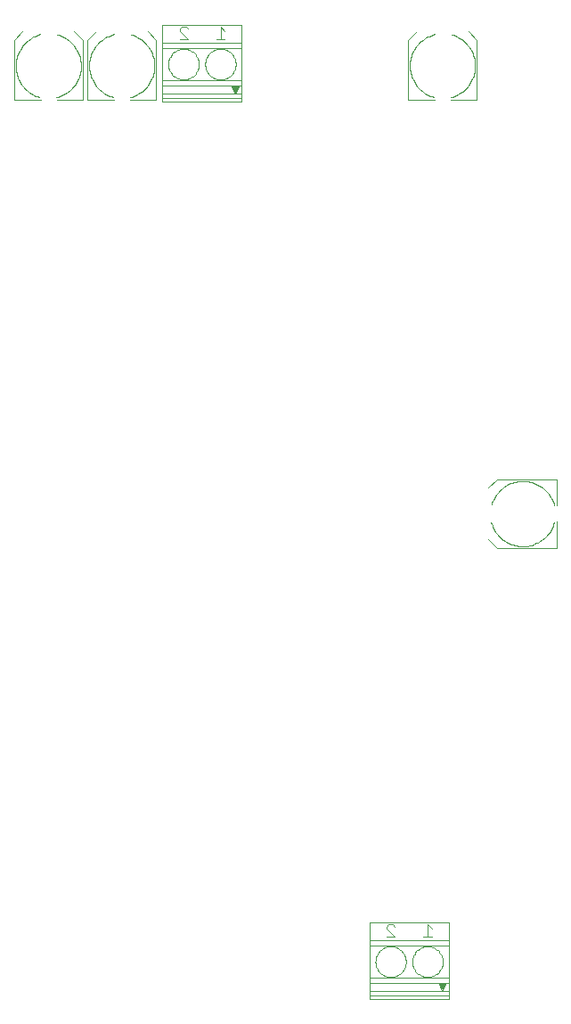
<source format=gbo>
G75*
G70*
%OFA0B0*%
%FSLAX24Y24*%
%IPPOS*%
%LPD*%
%AMOC8*
5,1,8,0,0,1.08239X$1,22.5*
%
%ADD10C,0.0040*%
D10*
X020154Y003725D02*
X020154Y003844D01*
X020154Y004016D01*
X023106Y004016D01*
X023106Y003844D01*
X023106Y003725D01*
X020154Y003725D01*
X020154Y003844D02*
X023106Y003844D01*
X023106Y004016D02*
X023106Y004336D01*
X023106Y004526D01*
X020154Y004526D01*
X020154Y004336D01*
X020154Y004016D01*
X020154Y004336D02*
X023106Y004336D01*
X022996Y004288D02*
X022746Y004288D01*
X022871Y004038D01*
X022996Y004288D01*
X022985Y004266D02*
X022757Y004266D01*
X022776Y004228D02*
X022966Y004228D01*
X022947Y004189D02*
X022795Y004189D01*
X022815Y004151D02*
X022928Y004151D01*
X022908Y004112D02*
X022834Y004112D01*
X022853Y004074D02*
X022889Y004074D01*
X023106Y004526D02*
X023106Y005728D01*
X020154Y005728D01*
X020154Y005915D01*
X020154Y006600D01*
X023106Y006600D01*
X023106Y005915D01*
X020154Y005915D01*
X020154Y005728D02*
X020154Y004526D01*
X020469Y005401D02*
X020466Y005403D01*
X020370Y005123D02*
X020372Y005170D01*
X020378Y005217D01*
X020387Y005263D01*
X020401Y005308D01*
X020418Y005352D01*
X020439Y005395D01*
X020463Y005435D01*
X020490Y005474D01*
X020521Y005510D01*
X020554Y005543D01*
X020590Y005574D01*
X020629Y005601D01*
X020669Y005625D01*
X020712Y005646D01*
X020756Y005663D01*
X020801Y005677D01*
X020847Y005686D01*
X020894Y005692D01*
X020941Y005694D01*
X020988Y005692D01*
X021035Y005686D01*
X021081Y005677D01*
X021126Y005663D01*
X021170Y005646D01*
X021213Y005625D01*
X021253Y005601D01*
X021292Y005574D01*
X021328Y005543D01*
X021361Y005510D01*
X021392Y005474D01*
X021419Y005435D01*
X021443Y005395D01*
X021464Y005352D01*
X021481Y005308D01*
X021495Y005263D01*
X021504Y005217D01*
X021510Y005170D01*
X021512Y005123D01*
X021510Y005076D01*
X021504Y005029D01*
X021495Y004983D01*
X021481Y004938D01*
X021464Y004894D01*
X021443Y004851D01*
X021419Y004811D01*
X021392Y004772D01*
X021361Y004736D01*
X021328Y004703D01*
X021292Y004672D01*
X021253Y004645D01*
X021213Y004621D01*
X021170Y004600D01*
X021126Y004583D01*
X021081Y004569D01*
X021035Y004560D01*
X020988Y004554D01*
X020941Y004552D01*
X020894Y004554D01*
X020847Y004560D01*
X020801Y004569D01*
X020756Y004583D01*
X020712Y004600D01*
X020669Y004621D01*
X020629Y004645D01*
X020590Y004672D01*
X020554Y004703D01*
X020521Y004736D01*
X020490Y004772D01*
X020463Y004811D01*
X020439Y004851D01*
X020418Y004894D01*
X020401Y004938D01*
X020387Y004983D01*
X020378Y005029D01*
X020372Y005076D01*
X020370Y005123D01*
X020794Y006058D02*
X021101Y006058D01*
X020794Y006364D01*
X020794Y006441D01*
X020871Y006518D01*
X021024Y006518D01*
X021101Y006441D01*
X021844Y005403D02*
X021847Y005401D01*
X021748Y005123D02*
X021750Y005170D01*
X021756Y005217D01*
X021765Y005263D01*
X021779Y005308D01*
X021796Y005352D01*
X021817Y005395D01*
X021841Y005435D01*
X021868Y005474D01*
X021899Y005510D01*
X021932Y005543D01*
X021968Y005574D01*
X022007Y005601D01*
X022047Y005625D01*
X022090Y005646D01*
X022134Y005663D01*
X022179Y005677D01*
X022225Y005686D01*
X022272Y005692D01*
X022319Y005694D01*
X022366Y005692D01*
X022413Y005686D01*
X022459Y005677D01*
X022504Y005663D01*
X022548Y005646D01*
X022591Y005625D01*
X022631Y005601D01*
X022670Y005574D01*
X022706Y005543D01*
X022739Y005510D01*
X022770Y005474D01*
X022797Y005435D01*
X022821Y005395D01*
X022842Y005352D01*
X022859Y005308D01*
X022873Y005263D01*
X022882Y005217D01*
X022888Y005170D01*
X022890Y005123D01*
X022888Y005076D01*
X022882Y005029D01*
X022873Y004983D01*
X022859Y004938D01*
X022842Y004894D01*
X022821Y004851D01*
X022797Y004811D01*
X022770Y004772D01*
X022739Y004736D01*
X022706Y004703D01*
X022670Y004672D01*
X022631Y004645D01*
X022591Y004621D01*
X022548Y004600D01*
X022504Y004583D01*
X022459Y004569D01*
X022413Y004560D01*
X022366Y004554D01*
X022319Y004552D01*
X022272Y004554D01*
X022225Y004560D01*
X022179Y004569D01*
X022134Y004583D01*
X022090Y004600D01*
X022047Y004621D01*
X022007Y004645D01*
X021968Y004672D01*
X021932Y004703D01*
X021899Y004736D01*
X021868Y004772D01*
X021841Y004811D01*
X021817Y004851D01*
X021796Y004894D01*
X021779Y004938D01*
X021765Y004983D01*
X021756Y005029D01*
X021750Y005076D01*
X021748Y005123D01*
X022169Y006058D02*
X022476Y006058D01*
X022323Y006058D02*
X022323Y006518D01*
X022476Y006364D01*
X023106Y005915D02*
X023106Y005728D01*
X024915Y020600D02*
X027160Y020600D01*
X027160Y021604D01*
X027160Y022195D02*
X027160Y023160D01*
X024915Y023160D01*
X024600Y022845D01*
X024699Y021575D02*
X024718Y021509D01*
X024741Y021443D01*
X024768Y021379D01*
X024798Y021317D01*
X024832Y021256D01*
X024868Y021198D01*
X024909Y021142D01*
X024952Y021088D01*
X024998Y021036D01*
X025048Y020988D01*
X025100Y020942D01*
X025154Y020899D01*
X025211Y020860D01*
X025270Y020823D01*
X025331Y020790D01*
X025393Y020761D01*
X025457Y020735D01*
X025523Y020713D01*
X025590Y020695D01*
X025657Y020680D01*
X025726Y020670D01*
X025795Y020663D01*
X025864Y020660D01*
X025933Y020661D01*
X026002Y020666D01*
X026071Y020675D01*
X026139Y020688D01*
X026206Y020705D01*
X026272Y020725D01*
X026337Y020749D01*
X026400Y020777D01*
X026462Y020808D01*
X026521Y020843D01*
X026579Y020881D01*
X026635Y020923D01*
X026688Y020967D01*
X026738Y021015D01*
X026786Y021065D01*
X026830Y021118D01*
X026872Y021173D01*
X026911Y021230D01*
X026946Y021290D01*
X026977Y021352D01*
X027005Y021415D01*
X027030Y021479D01*
X027051Y021545D01*
X027061Y022185D02*
X027042Y022251D01*
X027019Y022317D01*
X026992Y022381D01*
X026962Y022443D01*
X026928Y022504D01*
X026892Y022562D01*
X026851Y022618D01*
X026808Y022672D01*
X026762Y022724D01*
X026712Y022772D01*
X026660Y022818D01*
X026606Y022861D01*
X026549Y022900D01*
X026490Y022937D01*
X026429Y022970D01*
X026367Y022999D01*
X026303Y023025D01*
X026237Y023047D01*
X026170Y023065D01*
X026103Y023080D01*
X026034Y023090D01*
X025965Y023097D01*
X025896Y023100D01*
X025827Y023099D01*
X025758Y023094D01*
X025689Y023085D01*
X025621Y023072D01*
X025554Y023055D01*
X025488Y023035D01*
X025423Y023011D01*
X025360Y022983D01*
X025298Y022952D01*
X025239Y022917D01*
X025181Y022879D01*
X025125Y022837D01*
X025072Y022793D01*
X025022Y022745D01*
X024974Y022695D01*
X024930Y022642D01*
X024888Y022587D01*
X024849Y022530D01*
X024814Y022470D01*
X024783Y022408D01*
X024755Y022345D01*
X024730Y022281D01*
X024709Y022215D01*
X024600Y020915D02*
X024915Y020600D01*
X024160Y037350D02*
X023195Y037350D01*
X022604Y037350D02*
X021600Y037350D01*
X021600Y039595D01*
X021915Y039910D01*
X022575Y039811D02*
X022509Y039792D01*
X022443Y039769D01*
X022379Y039742D01*
X022317Y039712D01*
X022256Y039678D01*
X022198Y039642D01*
X022142Y039601D01*
X022088Y039558D01*
X022036Y039512D01*
X021988Y039462D01*
X021942Y039410D01*
X021899Y039356D01*
X021860Y039299D01*
X021823Y039240D01*
X021790Y039179D01*
X021761Y039117D01*
X021735Y039053D01*
X021713Y038987D01*
X021695Y038920D01*
X021680Y038853D01*
X021670Y038784D01*
X021663Y038715D01*
X021660Y038646D01*
X021661Y038577D01*
X021666Y038508D01*
X021675Y038439D01*
X021688Y038371D01*
X021705Y038304D01*
X021725Y038238D01*
X021749Y038173D01*
X021777Y038110D01*
X021808Y038048D01*
X021843Y037989D01*
X021881Y037931D01*
X021923Y037875D01*
X021967Y037822D01*
X022015Y037772D01*
X022065Y037724D01*
X022118Y037680D01*
X022173Y037638D01*
X022230Y037599D01*
X022290Y037564D01*
X022352Y037533D01*
X022415Y037505D01*
X022479Y037480D01*
X022545Y037459D01*
X023185Y037449D02*
X023251Y037468D01*
X023317Y037491D01*
X023381Y037518D01*
X023443Y037548D01*
X023504Y037582D01*
X023562Y037618D01*
X023618Y037659D01*
X023672Y037702D01*
X023724Y037748D01*
X023772Y037798D01*
X023818Y037850D01*
X023861Y037904D01*
X023900Y037961D01*
X023937Y038020D01*
X023970Y038081D01*
X023999Y038143D01*
X024025Y038207D01*
X024047Y038273D01*
X024065Y038340D01*
X024080Y038407D01*
X024090Y038476D01*
X024097Y038545D01*
X024100Y038614D01*
X024099Y038683D01*
X024094Y038752D01*
X024085Y038821D01*
X024072Y038889D01*
X024055Y038956D01*
X024035Y039022D01*
X024011Y039087D01*
X023983Y039150D01*
X023952Y039212D01*
X023917Y039271D01*
X023879Y039329D01*
X023837Y039385D01*
X023793Y039438D01*
X023745Y039488D01*
X023695Y039536D01*
X023642Y039580D01*
X023587Y039622D01*
X023530Y039661D01*
X023470Y039696D01*
X023408Y039727D01*
X023345Y039755D01*
X023281Y039780D01*
X023215Y039801D01*
X023845Y039910D02*
X024160Y039595D01*
X024160Y037350D01*
X015356Y037412D02*
X015356Y037294D01*
X012404Y037294D01*
X012404Y037412D01*
X012404Y037585D01*
X015356Y037585D01*
X015356Y037412D01*
X012404Y037412D01*
X012404Y037585D02*
X012404Y037905D01*
X012404Y038095D01*
X015356Y038095D01*
X015356Y037905D01*
X015356Y037585D01*
X015160Y037684D02*
X015082Y037684D01*
X015101Y037646D02*
X015141Y037646D01*
X015121Y037607D02*
X015122Y037607D01*
X015121Y037606D02*
X014996Y037856D01*
X015246Y037856D01*
X015121Y037606D01*
X015063Y037723D02*
X015179Y037723D01*
X015199Y037761D02*
X015044Y037761D01*
X015024Y037800D02*
X015218Y037800D01*
X015237Y037838D02*
X015005Y037838D01*
X015356Y037905D02*
X012404Y037905D01*
X012404Y038095D02*
X012404Y039297D01*
X015356Y039297D01*
X015356Y038095D01*
X013998Y038692D02*
X014000Y038739D01*
X014006Y038786D01*
X014015Y038832D01*
X014029Y038877D01*
X014046Y038921D01*
X014067Y038964D01*
X014091Y039004D01*
X014118Y039043D01*
X014149Y039079D01*
X014182Y039112D01*
X014218Y039143D01*
X014257Y039170D01*
X014297Y039194D01*
X014340Y039215D01*
X014384Y039232D01*
X014429Y039246D01*
X014475Y039255D01*
X014522Y039261D01*
X014569Y039263D01*
X014616Y039261D01*
X014663Y039255D01*
X014709Y039246D01*
X014754Y039232D01*
X014798Y039215D01*
X014841Y039194D01*
X014881Y039170D01*
X014920Y039143D01*
X014956Y039112D01*
X014989Y039079D01*
X015020Y039043D01*
X015047Y039004D01*
X015071Y038964D01*
X015092Y038921D01*
X015109Y038877D01*
X015123Y038832D01*
X015132Y038786D01*
X015138Y038739D01*
X015140Y038692D01*
X015138Y038645D01*
X015132Y038598D01*
X015123Y038552D01*
X015109Y038507D01*
X015092Y038463D01*
X015071Y038420D01*
X015047Y038380D01*
X015020Y038341D01*
X014989Y038305D01*
X014956Y038272D01*
X014920Y038241D01*
X014881Y038214D01*
X014841Y038190D01*
X014798Y038169D01*
X014754Y038152D01*
X014709Y038138D01*
X014663Y038129D01*
X014616Y038123D01*
X014569Y038121D01*
X014522Y038123D01*
X014475Y038129D01*
X014429Y038138D01*
X014384Y038152D01*
X014340Y038169D01*
X014297Y038190D01*
X014257Y038214D01*
X014218Y038241D01*
X014182Y038272D01*
X014149Y038305D01*
X014118Y038341D01*
X014091Y038380D01*
X014067Y038420D01*
X014046Y038463D01*
X014029Y038507D01*
X014015Y038552D01*
X014006Y038598D01*
X014000Y038645D01*
X013998Y038692D01*
X014097Y038969D02*
X014094Y038972D01*
X014419Y039626D02*
X014726Y039626D01*
X014573Y039626D02*
X014573Y040087D01*
X014726Y039933D01*
X015356Y040168D02*
X015356Y039484D01*
X012404Y039484D01*
X012404Y040168D01*
X015356Y040168D01*
X015356Y039484D02*
X015356Y039297D01*
X013351Y039626D02*
X013044Y039933D01*
X013044Y040010D01*
X013121Y040087D01*
X013274Y040087D01*
X013351Y040010D01*
X013351Y039626D02*
X013044Y039626D01*
X012716Y038972D02*
X012719Y038969D01*
X012404Y039297D02*
X012404Y039484D01*
X012160Y039595D02*
X011845Y039910D01*
X012160Y039595D02*
X012160Y037350D01*
X011195Y037350D01*
X010604Y037350D02*
X009600Y037350D01*
X009600Y039595D01*
X009915Y039910D01*
X009410Y039595D02*
X009095Y039910D01*
X009410Y039595D02*
X009410Y037350D01*
X008445Y037350D01*
X007854Y037350D02*
X006850Y037350D01*
X006850Y039595D01*
X007165Y039910D01*
X007825Y039811D02*
X007759Y039792D01*
X007693Y039769D01*
X007629Y039742D01*
X007567Y039712D01*
X007506Y039678D01*
X007448Y039642D01*
X007392Y039601D01*
X007338Y039558D01*
X007286Y039512D01*
X007238Y039462D01*
X007192Y039410D01*
X007149Y039356D01*
X007110Y039299D01*
X007073Y039240D01*
X007040Y039179D01*
X007011Y039117D01*
X006985Y039053D01*
X006963Y038987D01*
X006945Y038920D01*
X006930Y038853D01*
X006920Y038784D01*
X006913Y038715D01*
X006910Y038646D01*
X006911Y038577D01*
X006916Y038508D01*
X006925Y038439D01*
X006938Y038371D01*
X006955Y038304D01*
X006975Y038238D01*
X006999Y038173D01*
X007027Y038110D01*
X007058Y038048D01*
X007093Y037989D01*
X007131Y037931D01*
X007173Y037875D01*
X007217Y037822D01*
X007265Y037772D01*
X007315Y037724D01*
X007368Y037680D01*
X007423Y037638D01*
X007480Y037599D01*
X007540Y037564D01*
X007602Y037533D01*
X007665Y037505D01*
X007729Y037480D01*
X007795Y037459D01*
X008435Y037449D02*
X008501Y037468D01*
X008567Y037491D01*
X008631Y037518D01*
X008693Y037548D01*
X008754Y037582D01*
X008812Y037618D01*
X008868Y037659D01*
X008922Y037702D01*
X008974Y037748D01*
X009022Y037798D01*
X009068Y037850D01*
X009111Y037904D01*
X009150Y037961D01*
X009187Y038020D01*
X009220Y038081D01*
X009249Y038143D01*
X009275Y038207D01*
X009297Y038273D01*
X009315Y038340D01*
X009330Y038407D01*
X009340Y038476D01*
X009347Y038545D01*
X009350Y038614D01*
X009349Y038683D01*
X009344Y038752D01*
X009335Y038821D01*
X009322Y038889D01*
X009305Y038956D01*
X009285Y039022D01*
X009261Y039087D01*
X009233Y039150D01*
X009202Y039212D01*
X009167Y039271D01*
X009129Y039329D01*
X009087Y039385D01*
X009043Y039438D01*
X008995Y039488D01*
X008945Y039536D01*
X008892Y039580D01*
X008837Y039622D01*
X008780Y039661D01*
X008720Y039696D01*
X008658Y039727D01*
X008595Y039755D01*
X008531Y039780D01*
X008465Y039801D01*
X010575Y039811D02*
X010509Y039792D01*
X010443Y039769D01*
X010379Y039742D01*
X010317Y039712D01*
X010256Y039678D01*
X010198Y039642D01*
X010142Y039601D01*
X010088Y039558D01*
X010036Y039512D01*
X009988Y039462D01*
X009942Y039410D01*
X009899Y039356D01*
X009860Y039299D01*
X009823Y039240D01*
X009790Y039179D01*
X009761Y039117D01*
X009735Y039053D01*
X009713Y038987D01*
X009695Y038920D01*
X009680Y038853D01*
X009670Y038784D01*
X009663Y038715D01*
X009660Y038646D01*
X009661Y038577D01*
X009666Y038508D01*
X009675Y038439D01*
X009688Y038371D01*
X009705Y038304D01*
X009725Y038238D01*
X009749Y038173D01*
X009777Y038110D01*
X009808Y038048D01*
X009843Y037989D01*
X009881Y037931D01*
X009923Y037875D01*
X009967Y037822D01*
X010015Y037772D01*
X010065Y037724D01*
X010118Y037680D01*
X010173Y037638D01*
X010230Y037599D01*
X010290Y037564D01*
X010352Y037533D01*
X010415Y037505D01*
X010479Y037480D01*
X010545Y037459D01*
X011185Y037449D02*
X011251Y037468D01*
X011317Y037491D01*
X011381Y037518D01*
X011443Y037548D01*
X011504Y037582D01*
X011562Y037618D01*
X011618Y037659D01*
X011672Y037702D01*
X011724Y037748D01*
X011772Y037798D01*
X011818Y037850D01*
X011861Y037904D01*
X011900Y037961D01*
X011937Y038020D01*
X011970Y038081D01*
X011999Y038143D01*
X012025Y038207D01*
X012047Y038273D01*
X012065Y038340D01*
X012080Y038407D01*
X012090Y038476D01*
X012097Y038545D01*
X012100Y038614D01*
X012099Y038683D01*
X012094Y038752D01*
X012085Y038821D01*
X012072Y038889D01*
X012055Y038956D01*
X012035Y039022D01*
X012011Y039087D01*
X011983Y039150D01*
X011952Y039212D01*
X011917Y039271D01*
X011879Y039329D01*
X011837Y039385D01*
X011793Y039438D01*
X011745Y039488D01*
X011695Y039536D01*
X011642Y039580D01*
X011587Y039622D01*
X011530Y039661D01*
X011470Y039696D01*
X011408Y039727D01*
X011345Y039755D01*
X011281Y039780D01*
X011215Y039801D01*
X012620Y038692D02*
X012622Y038739D01*
X012628Y038786D01*
X012637Y038832D01*
X012651Y038877D01*
X012668Y038921D01*
X012689Y038964D01*
X012713Y039004D01*
X012740Y039043D01*
X012771Y039079D01*
X012804Y039112D01*
X012840Y039143D01*
X012879Y039170D01*
X012919Y039194D01*
X012962Y039215D01*
X013006Y039232D01*
X013051Y039246D01*
X013097Y039255D01*
X013144Y039261D01*
X013191Y039263D01*
X013238Y039261D01*
X013285Y039255D01*
X013331Y039246D01*
X013376Y039232D01*
X013420Y039215D01*
X013463Y039194D01*
X013503Y039170D01*
X013542Y039143D01*
X013578Y039112D01*
X013611Y039079D01*
X013642Y039043D01*
X013669Y039004D01*
X013693Y038964D01*
X013714Y038921D01*
X013731Y038877D01*
X013745Y038832D01*
X013754Y038786D01*
X013760Y038739D01*
X013762Y038692D01*
X013760Y038645D01*
X013754Y038598D01*
X013745Y038552D01*
X013731Y038507D01*
X013714Y038463D01*
X013693Y038420D01*
X013669Y038380D01*
X013642Y038341D01*
X013611Y038305D01*
X013578Y038272D01*
X013542Y038241D01*
X013503Y038214D01*
X013463Y038190D01*
X013420Y038169D01*
X013376Y038152D01*
X013331Y038138D01*
X013285Y038129D01*
X013238Y038123D01*
X013191Y038121D01*
X013144Y038123D01*
X013097Y038129D01*
X013051Y038138D01*
X013006Y038152D01*
X012962Y038169D01*
X012919Y038190D01*
X012879Y038214D01*
X012840Y038241D01*
X012804Y038272D01*
X012771Y038305D01*
X012740Y038341D01*
X012713Y038380D01*
X012689Y038420D01*
X012668Y038463D01*
X012651Y038507D01*
X012637Y038552D01*
X012628Y038598D01*
X012622Y038645D01*
X012620Y038692D01*
M02*

</source>
